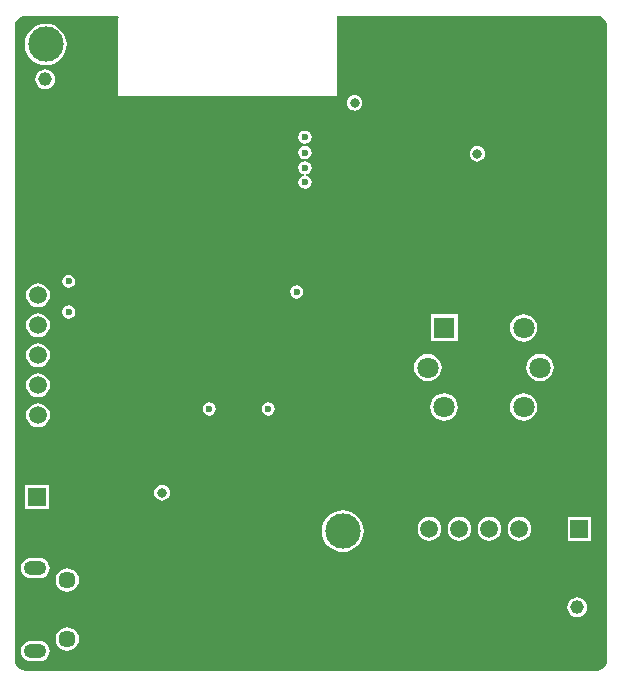
<source format=gbr>
%TF.GenerationSoftware,Altium Limited,Altium Designer,21.4.1 (30)*%
G04 Layer_Physical_Order=3*
G04 Layer_Color=16440176*
%FSLAX26Y26*%
%MOIN*%
%TF.SameCoordinates,1ED331C9-AAA6-4E36-89CA-E609260C48EE*%
%TF.FilePolarity,Positive*%
%TF.FileFunction,Copper,L3,Inr,Signal*%
%TF.Part,Single*%
G01*
G75*
%TA.AperFunction,WasherPad*%
%ADD30C,0.045354*%
%TA.AperFunction,ComponentPad*%
%ADD31R,0.059055X0.059055*%
%ADD32C,0.059055*%
%ADD33C,0.070866*%
%ADD34R,0.070866X0.070866*%
%ADD35O,0.074803X0.047244*%
%ADD36C,0.057087*%
%ADD37R,0.059055X0.059055*%
%TA.AperFunction,ViaPad*%
%ADD38C,0.031496*%
%ADD39C,0.118110*%
%ADD40C,0.023622*%
G36*
X2655857Y2276919D02*
X2664249Y2273443D01*
X2671456Y2267913D01*
X2676986Y2260706D01*
X2680462Y2252313D01*
X2681612Y2243584D01*
X2681557Y2243307D01*
Y130709D01*
X2681612Y130432D01*
X2680462Y121702D01*
X2676986Y113310D01*
X2671456Y106103D01*
X2664249Y100573D01*
X2655857Y97097D01*
X2647128Y95948D01*
X2646850Y96003D01*
X740945D01*
X740668Y95948D01*
X731939Y97097D01*
X723546Y100573D01*
X716339Y106103D01*
X710809Y113310D01*
X707333Y121702D01*
X706184Y130432D01*
X706239Y130709D01*
Y2243307D01*
X706184Y2243584D01*
X707333Y2252313D01*
X710809Y2260706D01*
X716339Y2267913D01*
X723546Y2273443D01*
X731939Y2276919D01*
X740668Y2278068D01*
X740945Y2278013D01*
X1049825D01*
X1052470Y2273013D01*
X1051722Y2271894D01*
X1050946Y2267992D01*
Y2019961D01*
X1051722Y2016059D01*
X1053932Y2012751D01*
X1057240Y2010541D01*
X1061142Y2009765D01*
X1769803D01*
X1773705Y2010541D01*
X1777013Y2012751D01*
X1779223Y2016059D01*
X1779999Y2019961D01*
Y2267992D01*
X1779223Y2271894D01*
X1778475Y2273013D01*
X1781120Y2278013D01*
X2646850D01*
X2647128Y2278068D01*
X2655857Y2276919D01*
D02*
G37*
%LPC*%
G36*
X809055Y2252460D02*
X795518Y2251127D01*
X782501Y2247178D01*
X770505Y2240766D01*
X759990Y2232137D01*
X751360Y2221622D01*
X744948Y2209625D01*
X740999Y2196608D01*
X739666Y2183071D01*
X740999Y2169534D01*
X744948Y2156517D01*
X751360Y2144520D01*
X759990Y2134005D01*
X770505Y2125376D01*
X782501Y2118964D01*
X795518Y2115015D01*
X809055Y2113682D01*
X822592Y2115015D01*
X835609Y2118964D01*
X847606Y2125376D01*
X858121Y2134005D01*
X866750Y2144520D01*
X873162Y2156517D01*
X877111Y2169534D01*
X878444Y2183071D01*
X877111Y2196608D01*
X873162Y2209625D01*
X866750Y2221622D01*
X858121Y2232137D01*
X847606Y2240766D01*
X835609Y2247178D01*
X822592Y2251127D01*
X809055Y2252460D01*
D02*
G37*
G36*
X807087Y2099888D02*
X798556Y2098765D01*
X790607Y2095472D01*
X783781Y2090235D01*
X778543Y2083409D01*
X775251Y2075459D01*
X774128Y2066929D01*
X775251Y2058399D01*
X778543Y2050450D01*
X783781Y2043623D01*
X790607Y2038386D01*
X798556Y2035093D01*
X807087Y2033970D01*
X815617Y2035093D01*
X823566Y2038386D01*
X830392Y2043623D01*
X835630Y2050450D01*
X838923Y2058399D01*
X840046Y2066929D01*
X838923Y2075459D01*
X835630Y2083409D01*
X830392Y2090235D01*
X823566Y2095472D01*
X815617Y2098765D01*
X807087Y2099888D01*
D02*
G37*
G36*
X1838583Y2014159D02*
X1831861Y2013274D01*
X1825598Y2010680D01*
X1820219Y2006553D01*
X1816092Y2001174D01*
X1813497Y1994911D01*
X1812612Y1988189D01*
X1813497Y1981467D01*
X1816092Y1975204D01*
X1820219Y1969825D01*
X1825598Y1965698D01*
X1831861Y1963104D01*
X1838583Y1962219D01*
X1845304Y1963104D01*
X1851568Y1965698D01*
X1856946Y1969825D01*
X1861074Y1975204D01*
X1863668Y1981467D01*
X1864553Y1988189D01*
X1863668Y1994911D01*
X1861074Y2001174D01*
X1856946Y2006553D01*
X1851568Y2010680D01*
X1845304Y2013274D01*
X1838583Y2014159D01*
D02*
G37*
G36*
X1673228Y1896254D02*
X1664718Y1894561D01*
X1657503Y1889741D01*
X1652683Y1882526D01*
X1650990Y1874016D01*
X1652683Y1865505D01*
X1657503Y1858291D01*
X1664718Y1853470D01*
X1673228Y1851777D01*
X1681738Y1853470D01*
X1688953Y1858291D01*
X1693774Y1865505D01*
X1695467Y1874016D01*
X1693774Y1882526D01*
X1688953Y1889741D01*
X1681738Y1894561D01*
X1673228Y1896254D01*
D02*
G37*
G36*
Y1845073D02*
X1664718Y1843380D01*
X1657503Y1838560D01*
X1652683Y1831345D01*
X1650990Y1822835D01*
X1652683Y1814324D01*
X1657503Y1807110D01*
X1664718Y1802289D01*
X1673228Y1800596D01*
X1681738Y1802289D01*
X1688953Y1807110D01*
X1693774Y1814324D01*
X1695467Y1822835D01*
X1693774Y1831345D01*
X1688953Y1838560D01*
X1681738Y1843380D01*
X1673228Y1845073D01*
D02*
G37*
G36*
X2248032Y1844868D02*
X2241310Y1843983D01*
X2235046Y1841389D01*
X2229668Y1837261D01*
X2225541Y1831883D01*
X2222946Y1825619D01*
X2222061Y1818898D01*
X2222946Y1812176D01*
X2225541Y1805912D01*
X2229668Y1800534D01*
X2235046Y1796407D01*
X2241310Y1793812D01*
X2248032Y1792927D01*
X2254753Y1793812D01*
X2261017Y1796407D01*
X2266395Y1800534D01*
X2270522Y1805912D01*
X2273117Y1812176D01*
X2274002Y1818898D01*
X2273117Y1825619D01*
X2270522Y1831883D01*
X2266395Y1837261D01*
X2261017Y1841389D01*
X2254753Y1843983D01*
X2248032Y1844868D01*
D02*
G37*
G36*
X1673228Y1793892D02*
X1664718Y1792199D01*
X1657503Y1787378D01*
X1652683Y1780164D01*
X1650990Y1771653D01*
X1652683Y1763143D01*
X1657503Y1755929D01*
X1664718Y1751108D01*
X1669587Y1750139D01*
Y1745042D01*
X1665407Y1744210D01*
X1658193Y1739389D01*
X1653372Y1732175D01*
X1651679Y1723665D01*
X1653372Y1715154D01*
X1658193Y1707940D01*
X1665407Y1703119D01*
X1673918Y1701426D01*
X1682428Y1703119D01*
X1689642Y1707940D01*
X1694463Y1715154D01*
X1696156Y1723665D01*
X1694463Y1732175D01*
X1689642Y1739389D01*
X1682428Y1744210D01*
X1677559Y1745179D01*
Y1750276D01*
X1681738Y1751108D01*
X1688953Y1755929D01*
X1693774Y1763143D01*
X1695467Y1771653D01*
X1693774Y1780164D01*
X1688953Y1787378D01*
X1681738Y1792199D01*
X1673228Y1793892D01*
D02*
G37*
G36*
X885827Y1415939D02*
X877317Y1414246D01*
X870102Y1409426D01*
X865281Y1402211D01*
X863588Y1393701D01*
X865281Y1385191D01*
X870102Y1377976D01*
X877317Y1373155D01*
X885827Y1371463D01*
X894337Y1373155D01*
X901552Y1377976D01*
X906372Y1385191D01*
X908065Y1393701D01*
X906372Y1402211D01*
X901552Y1409426D01*
X894337Y1414246D01*
X885827Y1415939D01*
D02*
G37*
G36*
X1645669Y1380506D02*
X1637159Y1378813D01*
X1629944Y1373993D01*
X1625124Y1366778D01*
X1623431Y1358268D01*
X1625124Y1349757D01*
X1629944Y1342543D01*
X1637159Y1337722D01*
X1645669Y1336029D01*
X1654179Y1337722D01*
X1661394Y1342543D01*
X1666215Y1349757D01*
X1667908Y1358268D01*
X1666215Y1366778D01*
X1661394Y1373993D01*
X1654179Y1378813D01*
X1645669Y1380506D01*
D02*
G37*
G36*
X783465Y1387113D02*
X773146Y1385754D01*
X763530Y1381771D01*
X755273Y1375436D01*
X748937Y1367178D01*
X744955Y1357563D01*
X743596Y1347244D01*
X744955Y1336925D01*
X748937Y1327310D01*
X755273Y1319053D01*
X763530Y1312717D01*
X773146Y1308734D01*
X783465Y1307376D01*
X793783Y1308734D01*
X803399Y1312717D01*
X811656Y1319053D01*
X817992Y1327310D01*
X821975Y1336925D01*
X823333Y1347244D01*
X821975Y1357563D01*
X817992Y1367178D01*
X811656Y1375436D01*
X803399Y1381771D01*
X793783Y1385754D01*
X783465Y1387113D01*
D02*
G37*
G36*
X885827Y1313577D02*
X877317Y1311884D01*
X870102Y1307063D01*
X865281Y1299849D01*
X863588Y1291339D01*
X865281Y1282828D01*
X870102Y1275614D01*
X877317Y1270793D01*
X885827Y1269100D01*
X894337Y1270793D01*
X901552Y1275614D01*
X906372Y1282828D01*
X908065Y1291339D01*
X906372Y1299849D01*
X901552Y1307063D01*
X894337Y1311884D01*
X885827Y1313577D01*
D02*
G37*
G36*
X783465Y1287113D02*
X773146Y1285754D01*
X763530Y1281771D01*
X755273Y1275436D01*
X748937Y1267178D01*
X744955Y1257563D01*
X743596Y1247244D01*
X744955Y1236925D01*
X748937Y1227310D01*
X755273Y1219053D01*
X763530Y1212717D01*
X773146Y1208734D01*
X783465Y1207376D01*
X793783Y1208734D01*
X803399Y1212717D01*
X811656Y1219053D01*
X817992Y1227310D01*
X821975Y1236925D01*
X823333Y1247244D01*
X821975Y1257563D01*
X817992Y1267178D01*
X811656Y1275436D01*
X803399Y1281771D01*
X793783Y1285754D01*
X783465Y1287113D01*
D02*
G37*
G36*
X2182874Y1283976D02*
X2092008D01*
Y1193110D01*
X2182874D01*
Y1283976D01*
D02*
G37*
G36*
X2401929Y1284368D02*
X2390069Y1282807D01*
X2379017Y1278229D01*
X2369526Y1270947D01*
X2362244Y1261456D01*
X2357666Y1250404D01*
X2356104Y1238543D01*
X2357666Y1226683D01*
X2362244Y1215631D01*
X2369526Y1206140D01*
X2379017Y1198858D01*
X2390069Y1194280D01*
X2401929Y1192718D01*
X2413789Y1194280D01*
X2424842Y1198858D01*
X2434332Y1206140D01*
X2441615Y1215631D01*
X2446193Y1226683D01*
X2447754Y1238543D01*
X2446193Y1250404D01*
X2441615Y1261456D01*
X2434332Y1270947D01*
X2424842Y1278229D01*
X2413789Y1282807D01*
X2401929Y1284368D01*
D02*
G37*
G36*
X783465Y1187113D02*
X773146Y1185754D01*
X763530Y1181771D01*
X755273Y1175436D01*
X748937Y1167178D01*
X744955Y1157563D01*
X743596Y1147244D01*
X744955Y1136925D01*
X748937Y1127310D01*
X755273Y1119053D01*
X763530Y1112717D01*
X773146Y1108734D01*
X783465Y1107376D01*
X793783Y1108734D01*
X803399Y1112717D01*
X811656Y1119053D01*
X817992Y1127310D01*
X821975Y1136925D01*
X823333Y1147244D01*
X821975Y1157563D01*
X817992Y1167178D01*
X811656Y1175436D01*
X803399Y1181771D01*
X793783Y1185754D01*
X783465Y1187113D01*
D02*
G37*
G36*
X2456693Y1152124D02*
X2444832Y1150563D01*
X2433780Y1145985D01*
X2424290Y1138702D01*
X2417007Y1129212D01*
X2412429Y1118160D01*
X2410868Y1106299D01*
X2412429Y1094439D01*
X2417007Y1083387D01*
X2424290Y1073896D01*
X2433780Y1066614D01*
X2444832Y1062036D01*
X2456693Y1060474D01*
X2468553Y1062036D01*
X2479605Y1066614D01*
X2489096Y1073896D01*
X2496378Y1083387D01*
X2500956Y1094439D01*
X2502518Y1106299D01*
X2500956Y1118160D01*
X2496378Y1129212D01*
X2489096Y1138702D01*
X2479605Y1145985D01*
X2468553Y1150563D01*
X2456693Y1152124D01*
D02*
G37*
G36*
X2082677D02*
X2070817Y1150563D01*
X2059765Y1145985D01*
X2050274Y1138702D01*
X2042992Y1129212D01*
X2038414Y1118160D01*
X2036852Y1106299D01*
X2038414Y1094439D01*
X2042992Y1083387D01*
X2050274Y1073896D01*
X2059765Y1066614D01*
X2070817Y1062036D01*
X2082677Y1060474D01*
X2094537Y1062036D01*
X2105590Y1066614D01*
X2115080Y1073896D01*
X2122363Y1083387D01*
X2126941Y1094439D01*
X2128502Y1106299D01*
X2126941Y1118160D01*
X2122363Y1129212D01*
X2115080Y1138702D01*
X2105590Y1145985D01*
X2094537Y1150563D01*
X2082677Y1152124D01*
D02*
G37*
G36*
X783465Y1087113D02*
X773146Y1085754D01*
X763530Y1081771D01*
X755273Y1075436D01*
X748937Y1067178D01*
X744955Y1057563D01*
X743596Y1047244D01*
X744955Y1036925D01*
X748937Y1027310D01*
X755273Y1019053D01*
X763530Y1012717D01*
X773146Y1008734D01*
X783465Y1007375D01*
X793783Y1008734D01*
X803399Y1012717D01*
X811656Y1019053D01*
X817992Y1027310D01*
X821975Y1036925D01*
X823333Y1047244D01*
X821975Y1057563D01*
X817992Y1067178D01*
X811656Y1075436D01*
X803399Y1081771D01*
X793783Y1085754D01*
X783465Y1087113D01*
D02*
G37*
G36*
X1551181Y990742D02*
X1542671Y989049D01*
X1535456Y984229D01*
X1530636Y977014D01*
X1528943Y968504D01*
X1530636Y959994D01*
X1535456Y952779D01*
X1542671Y947958D01*
X1551181Y946266D01*
X1559691Y947958D01*
X1566906Y952779D01*
X1571727Y959994D01*
X1573419Y968504D01*
X1571727Y977014D01*
X1566906Y984229D01*
X1559691Y989049D01*
X1551181Y990742D01*
D02*
G37*
G36*
X1354331D02*
X1345821Y989049D01*
X1338606Y984229D01*
X1333785Y977014D01*
X1332092Y968504D01*
X1333785Y959994D01*
X1338606Y952779D01*
X1345821Y947958D01*
X1354331Y946266D01*
X1362841Y947958D01*
X1370056Y952779D01*
X1374876Y959994D01*
X1376569Y968504D01*
X1374876Y977014D01*
X1370056Y984229D01*
X1362841Y989049D01*
X1354331Y990742D01*
D02*
G37*
G36*
X2401929Y1019880D02*
X2390069Y1018319D01*
X2379017Y1013741D01*
X2369526Y1006458D01*
X2362244Y996968D01*
X2357666Y985915D01*
X2356104Y974055D01*
X2357666Y962195D01*
X2362244Y951143D01*
X2369526Y941652D01*
X2379017Y934370D01*
X2390069Y929792D01*
X2401929Y928230D01*
X2413789Y929792D01*
X2424842Y934370D01*
X2434332Y941652D01*
X2441615Y951143D01*
X2446193Y962195D01*
X2447754Y974055D01*
X2446193Y985915D01*
X2441615Y996968D01*
X2434332Y1006458D01*
X2424842Y1013741D01*
X2413789Y1018319D01*
X2401929Y1019880D01*
D02*
G37*
G36*
X2137441D02*
X2125581Y1018319D01*
X2114528Y1013741D01*
X2105038Y1006458D01*
X2097755Y996968D01*
X2093177Y985915D01*
X2091616Y974055D01*
X2093177Y962195D01*
X2097755Y951143D01*
X2105038Y941652D01*
X2114528Y934370D01*
X2125581Y929792D01*
X2137441Y928230D01*
X2149301Y929792D01*
X2160353Y934370D01*
X2169844Y941652D01*
X2177126Y951143D01*
X2181704Y962195D01*
X2183266Y974055D01*
X2181704Y985915D01*
X2177126Y996968D01*
X2169844Y1006458D01*
X2160353Y1013741D01*
X2149301Y1018319D01*
X2137441Y1019880D01*
D02*
G37*
G36*
X783465Y987113D02*
X773146Y985754D01*
X763530Y981771D01*
X755273Y975436D01*
X748937Y967178D01*
X744955Y957563D01*
X743596Y947244D01*
X744955Y936925D01*
X748937Y927310D01*
X755273Y919053D01*
X763530Y912717D01*
X773146Y908734D01*
X783465Y907375D01*
X793783Y908734D01*
X803399Y912717D01*
X811656Y919053D01*
X817992Y927310D01*
X821975Y936925D01*
X823333Y947244D01*
X821975Y957563D01*
X817992Y967178D01*
X811656Y975436D01*
X803399Y981771D01*
X793783Y985754D01*
X783465Y987113D01*
D02*
G37*
G36*
X1196850Y714947D02*
X1190129Y714062D01*
X1183865Y711467D01*
X1178487Y707340D01*
X1174360Y701962D01*
X1171765Y695698D01*
X1170880Y688976D01*
X1171765Y682255D01*
X1174360Y675991D01*
X1178487Y670613D01*
X1183865Y666486D01*
X1190129Y663891D01*
X1196850Y663006D01*
X1203572Y663891D01*
X1209835Y666486D01*
X1215214Y670613D01*
X1219341Y675991D01*
X1221936Y682255D01*
X1222821Y688976D01*
X1221936Y695698D01*
X1219341Y701962D01*
X1215214Y707340D01*
X1209835Y711467D01*
X1203572Y714062D01*
X1196850Y714947D01*
D02*
G37*
G36*
X819528Y714528D02*
X740472D01*
Y635472D01*
X819528D01*
Y714528D01*
D02*
G37*
G36*
X2627874Y608110D02*
X2548819D01*
Y529055D01*
X2627874D01*
Y608110D01*
D02*
G37*
G36*
X2388347Y608451D02*
X2378028Y607093D01*
X2368412Y603110D01*
X2360155Y596774D01*
X2353819Y588517D01*
X2349836Y578901D01*
X2348478Y568582D01*
X2349836Y558264D01*
X2353819Y548648D01*
X2360155Y540391D01*
X2368412Y534055D01*
X2378028Y530072D01*
X2388347Y528714D01*
X2398665Y530072D01*
X2408281Y534055D01*
X2416538Y540391D01*
X2422874Y548648D01*
X2426857Y558264D01*
X2428215Y568582D01*
X2426857Y578901D01*
X2422874Y588517D01*
X2416538Y596774D01*
X2408281Y603110D01*
X2398665Y607093D01*
X2388347Y608451D01*
D02*
G37*
G36*
X2288347D02*
X2278028Y607093D01*
X2268412Y603110D01*
X2260155Y596774D01*
X2253819Y588517D01*
X2249836Y578901D01*
X2248478Y568582D01*
X2249836Y558264D01*
X2253819Y548648D01*
X2260155Y540391D01*
X2268412Y534055D01*
X2278028Y530072D01*
X2288347Y528714D01*
X2298665Y530072D01*
X2308281Y534055D01*
X2316538Y540391D01*
X2322874Y548648D01*
X2326857Y558264D01*
X2328215Y568582D01*
X2326857Y578901D01*
X2322874Y588517D01*
X2316538Y596774D01*
X2308281Y603110D01*
X2298665Y607093D01*
X2288347Y608451D01*
D02*
G37*
G36*
X2188347D02*
X2178028Y607093D01*
X2168412Y603110D01*
X2160155Y596774D01*
X2153819Y588517D01*
X2149836Y578901D01*
X2148478Y568582D01*
X2149836Y558264D01*
X2153819Y548648D01*
X2160155Y540391D01*
X2168412Y534055D01*
X2178028Y530072D01*
X2188347Y528714D01*
X2198665Y530072D01*
X2208281Y534055D01*
X2216538Y540391D01*
X2222874Y548648D01*
X2226857Y558264D01*
X2228215Y568582D01*
X2226857Y578901D01*
X2222874Y588517D01*
X2216538Y596774D01*
X2208281Y603110D01*
X2198665Y607093D01*
X2188347Y608451D01*
D02*
G37*
G36*
X2088347D02*
X2078028Y607093D01*
X2068412Y603110D01*
X2060155Y596774D01*
X2053819Y588517D01*
X2049836Y578901D01*
X2048478Y568582D01*
X2049836Y558264D01*
X2053819Y548648D01*
X2060155Y540391D01*
X2068412Y534055D01*
X2078028Y530072D01*
X2088347Y528714D01*
X2098665Y530072D01*
X2108281Y534055D01*
X2116538Y540391D01*
X2122874Y548648D01*
X2126857Y558264D01*
X2128215Y568582D01*
X2126857Y578901D01*
X2122874Y588517D01*
X2116538Y596774D01*
X2108281Y603110D01*
X2098665Y607093D01*
X2088347Y608451D01*
D02*
G37*
G36*
X1799213Y630413D02*
X1785675Y629080D01*
X1772659Y625131D01*
X1760662Y618719D01*
X1750147Y610089D01*
X1741518Y599574D01*
X1735105Y587578D01*
X1731157Y574561D01*
X1729823Y561024D01*
X1731157Y547486D01*
X1735105Y534470D01*
X1741518Y522473D01*
X1750147Y511958D01*
X1760662Y503329D01*
X1772659Y496916D01*
X1785675Y492968D01*
X1799213Y491634D01*
X1812750Y492968D01*
X1825767Y496916D01*
X1837763Y503329D01*
X1848278Y511958D01*
X1856908Y522473D01*
X1863320Y534470D01*
X1867268Y547486D01*
X1868602Y561024D01*
X1867268Y574561D01*
X1863320Y587578D01*
X1856908Y599574D01*
X1848278Y610089D01*
X1837763Y618719D01*
X1825767Y625131D01*
X1812750Y629080D01*
X1799213Y630413D01*
D02*
G37*
G36*
X788465Y471117D02*
X760905D01*
X752128Y469961D01*
X743949Y466573D01*
X736926Y461184D01*
X731537Y454161D01*
X728149Y445982D01*
X726993Y437205D01*
X728149Y428428D01*
X731537Y420249D01*
X736926Y413225D01*
X743949Y407836D01*
X752128Y404448D01*
X760905Y403293D01*
X788465D01*
X797242Y404448D01*
X805421Y407836D01*
X812444Y413225D01*
X817833Y420249D01*
X821221Y428428D01*
X822377Y437205D01*
X821221Y445982D01*
X817833Y454161D01*
X812444Y461184D01*
X805421Y466573D01*
X797242Y469961D01*
X788465Y471117D01*
D02*
G37*
G36*
X880984Y436711D02*
X870922Y435386D01*
X861546Y431502D01*
X853495Y425324D01*
X847317Y417273D01*
X843433Y407896D01*
X842108Y397835D01*
X843433Y387773D01*
X847317Y378397D01*
X853495Y370345D01*
X861546Y364167D01*
X870922Y360283D01*
X880984Y358959D01*
X891046Y360283D01*
X900422Y364167D01*
X908474Y370345D01*
X914652Y378397D01*
X918535Y387773D01*
X919860Y397835D01*
X918535Y407896D01*
X914652Y417273D01*
X908474Y425324D01*
X900422Y431502D01*
X891046Y435386D01*
X880984Y436711D01*
D02*
G37*
G36*
X2580709Y340046D02*
X2572178Y338923D01*
X2564229Y335630D01*
X2557403Y330392D01*
X2552165Y323566D01*
X2548873Y315617D01*
X2547750Y307087D01*
X2548873Y298556D01*
X2552165Y290607D01*
X2557403Y283781D01*
X2564229Y278543D01*
X2572178Y275251D01*
X2580709Y274128D01*
X2589239Y275251D01*
X2597188Y278543D01*
X2604014Y283781D01*
X2609252Y290607D01*
X2612545Y298556D01*
X2613668Y307087D01*
X2612545Y315617D01*
X2609252Y323566D01*
X2604014Y330392D01*
X2597188Y335630D01*
X2589239Y338923D01*
X2580709Y340046D01*
D02*
G37*
G36*
X880984Y239860D02*
X870922Y238535D01*
X861546Y234652D01*
X853495Y228474D01*
X847317Y220422D01*
X843433Y211046D01*
X842108Y200984D01*
X843433Y190922D01*
X847317Y181546D01*
X853495Y173495D01*
X861546Y167317D01*
X870922Y163433D01*
X880984Y162108D01*
X891046Y163433D01*
X900422Y167317D01*
X908474Y173495D01*
X914652Y181546D01*
X918535Y190922D01*
X919860Y200984D01*
X918535Y211046D01*
X914652Y220422D01*
X908474Y228474D01*
X900422Y234652D01*
X891046Y238535D01*
X880984Y239860D01*
D02*
G37*
G36*
X788465Y195526D02*
X760905D01*
X752128Y194371D01*
X743949Y190983D01*
X736926Y185594D01*
X731537Y178570D01*
X728149Y170391D01*
X726993Y161614D01*
X728149Y152837D01*
X731537Y144658D01*
X736926Y137635D01*
X743949Y132245D01*
X752128Y128857D01*
X760905Y127702D01*
X788465D01*
X797242Y128857D01*
X805421Y132245D01*
X812444Y137635D01*
X817833Y144658D01*
X821221Y152837D01*
X822377Y161614D01*
X821221Y170391D01*
X817833Y178570D01*
X812444Y185594D01*
X805421Y190983D01*
X797242Y194371D01*
X788465Y195526D01*
D02*
G37*
%LPD*%
D30*
X2580709Y307087D02*
D03*
X807087Y2066929D02*
D03*
D31*
X783465Y847244D02*
D03*
X780000Y675000D02*
D03*
D32*
X783465Y947244D02*
D03*
Y1047244D02*
D03*
Y1147244D02*
D03*
Y1247244D02*
D03*
Y1347244D02*
D03*
X780000Y575000D02*
D03*
X2488347Y568582D02*
D03*
X2388347D02*
D03*
X2288347D02*
D03*
X2188347D02*
D03*
X2088347D02*
D03*
D33*
X2401929Y1238543D02*
D03*
X2456693Y1106299D02*
D03*
X2401929Y974055D02*
D03*
X2137441D02*
D03*
X2082677Y1106299D02*
D03*
D34*
X2137441Y1238543D02*
D03*
D35*
X774685Y161614D02*
D03*
Y437205D02*
D03*
D36*
X880984Y200984D02*
D03*
Y397835D02*
D03*
D37*
X2588347Y568582D02*
D03*
D38*
X2629389Y1795276D02*
D03*
X2627420Y1966535D02*
D03*
Y2143701D02*
D03*
X2209512Y1614561D02*
D03*
X1893168Y1870079D02*
D03*
X1836082Y2167323D02*
D03*
X890994Y2093458D02*
D03*
X795236Y1993537D02*
D03*
X1013247Y2171260D02*
D03*
X999467Y2238189D02*
D03*
X932538Y2190945D02*
D03*
X920727Y2005906D02*
D03*
X1280272Y912096D02*
D03*
X1021121Y814961D02*
D03*
X1133326Y842520D02*
D03*
X1180570Y909449D02*
D03*
X1064428Y907480D02*
D03*
X2241593Y338583D02*
D03*
X2242963Y204206D02*
D03*
X2497348Y331868D02*
D03*
X2547099Y200451D02*
D03*
X2393168Y198819D02*
D03*
X2341526Y329990D02*
D03*
X2121515Y208661D02*
D03*
X2486084Y470794D02*
D03*
X2413805Y468916D02*
D03*
X2271121Y468504D02*
D03*
X2125627Y481119D02*
D03*
X2131890Y328740D02*
D03*
X1439445Y194819D02*
D03*
X1156948Y212598D02*
D03*
X1078207Y157480D02*
D03*
X1225845Y151575D02*
D03*
X1359656Y145069D02*
D03*
X1520172Y157272D02*
D03*
X1976375Y174168D02*
D03*
X1868426Y205145D02*
D03*
X1640324Y237060D02*
D03*
X1721908Y192913D02*
D03*
X1825246Y289627D02*
D03*
X1932256Y304646D02*
D03*
X1736070Y314972D02*
D03*
X1912853Y618110D02*
D03*
X1776434Y898836D02*
D03*
X1668759Y826772D02*
D03*
X1635631Y893204D02*
D03*
X1512662Y830312D02*
D03*
X1651042Y616142D02*
D03*
X1517716Y681102D02*
D03*
X1922696Y460630D02*
D03*
X2649074Y1057087D02*
D03*
X2653011Y1192913D02*
D03*
X2647538Y1375690D02*
D03*
X2521121Y996063D02*
D03*
X2519152Y1348425D02*
D03*
X2521121Y1250000D02*
D03*
X2530202Y1428256D02*
D03*
X2328207Y1468504D02*
D03*
X2391200Y1387795D02*
D03*
X2019152Y990158D02*
D03*
X1952908Y1048087D02*
D03*
X1944349Y1161417D02*
D03*
X2044743Y1232284D02*
D03*
X1962066Y1297244D02*
D03*
X2048680Y1429134D02*
D03*
X1954192Y1437008D02*
D03*
X2471908Y1907480D02*
D03*
X2639231Y1627953D02*
D03*
X2633326Y1722441D02*
D03*
X2624071Y1889153D02*
D03*
X2627953Y2059055D02*
D03*
X2351829Y2110236D02*
D03*
X2408916Y1984252D02*
D03*
X2294743Y2047244D02*
D03*
X2186475Y2096457D02*
D03*
X1906948Y2230315D02*
D03*
X1826772Y2238189D02*
D03*
X1660885Y1629921D02*
D03*
X1426633Y1383858D02*
D03*
X1590018Y1940945D02*
D03*
X1505373Y1846457D02*
D03*
X1452223Y1938976D02*
D03*
X1351209Y1862869D02*
D03*
X1280963Y1937008D02*
D03*
X1198286Y1830709D02*
D03*
X1210097Y1675197D02*
D03*
X1513247Y1419291D02*
D03*
X1420727Y1503937D02*
D03*
X1328207Y1431102D02*
D03*
X1214034Y1498032D02*
D03*
X2248032Y1818898D02*
D03*
X1897638Y2110236D02*
D03*
X2039370Y1763780D02*
D03*
Y1807087D02*
D03*
X2460630Y1767716D02*
D03*
Y1811024D02*
D03*
X2456693Y2094488D02*
D03*
Y2137795D02*
D03*
X2047244Y2086614D02*
D03*
Y2133858D02*
D03*
X2160845Y1825113D02*
D03*
X1838583Y1988189D02*
D03*
X1196850Y688976D02*
D03*
X1346457Y811024D02*
D03*
X1350394Y677165D02*
D03*
X2342520Y1566929D02*
D03*
X1811024Y976378D02*
D03*
X1740158D02*
D03*
X838583Y1523622D02*
D03*
X1551181Y1035433D02*
D03*
X1602362D02*
D03*
X759843Y1763780D02*
D03*
Y1685039D02*
D03*
Y1846457D02*
D03*
X1157480Y1972441D02*
D03*
X1192913Y1358268D02*
D03*
X1330709Y1181102D02*
D03*
X759843Y1921260D02*
D03*
X1673228Y1972441D02*
D03*
X945000Y250000D02*
D03*
X1550000Y600000D02*
D03*
X1185000Y400000D02*
D03*
X1550000Y275000D02*
D03*
X1495000Y590000D02*
D03*
D39*
X809055Y2183071D02*
D03*
X1799213Y561024D02*
D03*
D40*
X885827Y1393701D02*
D03*
Y1291339D02*
D03*
X1354331Y968504D02*
D03*
X1551181D02*
D03*
X1673228Y1771653D02*
D03*
Y1822835D02*
D03*
X1645669Y1358268D02*
D03*
X1673918Y1723665D02*
D03*
X1673228Y1874016D02*
D03*
X1303150Y1641732D02*
D03*
X1338583Y1751968D02*
D03*
X1377953Y1641732D02*
D03*
X1413386Y1606299D02*
D03*
X1338583D02*
D03*
X1413386Y1677165D02*
D03*
X1338583D02*
D03*
X1303150Y1712598D02*
D03*
X1377953D02*
D03*
X1409449Y1751968D02*
D03*
X1448416Y1714457D02*
D03*
X1448819Y1641732D02*
D03*
%TF.MD5,7714ad19bc29c72fe61155a5808ecda5*%
M02*

</source>
